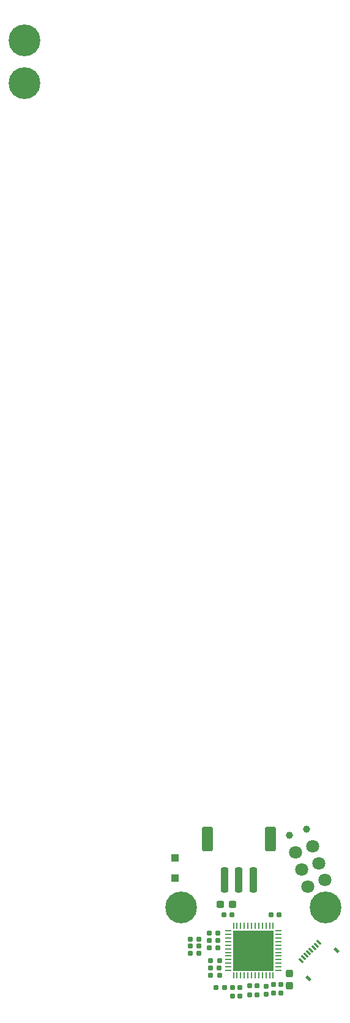
<source format=gbr>
%TF.GenerationSoftware,KiCad,Pcbnew,8.0.7-8.0.7-0~ubuntu22.04.1*%
%TF.CreationDate,2025-01-08T19:04:50+01:00*%
%TF.ProjectId,bldc_servo_mini_v1,626c6463-5f73-4657-9276-6f5f6d696e69,rev?*%
%TF.SameCoordinates,Original*%
%TF.FileFunction,Soldermask,Bot*%
%TF.FilePolarity,Negative*%
%FSLAX46Y46*%
G04 Gerber Fmt 4.6, Leading zero omitted, Abs format (unit mm)*
G04 Created by KiCad (PCBNEW 8.0.7-8.0.7-0~ubuntu22.04.1) date 2025-01-08 19:04:50*
%MOMM*%
%LPD*%
G01*
G04 APERTURE LIST*
G04 Aperture macros list*
%AMRoundRect*
0 Rectangle with rounded corners*
0 $1 Rounding radius*
0 $2 $3 $4 $5 $6 $7 $8 $9 X,Y pos of 4 corners*
0 Add a 4 corners polygon primitive as box body*
4,1,4,$2,$3,$4,$5,$6,$7,$8,$9,$2,$3,0*
0 Add four circle primitives for the rounded corners*
1,1,$1+$1,$2,$3*
1,1,$1+$1,$4,$5*
1,1,$1+$1,$6,$7*
1,1,$1+$1,$8,$9*
0 Add four rect primitives between the rounded corners*
20,1,$1+$1,$2,$3,$4,$5,0*
20,1,$1+$1,$4,$5,$6,$7,0*
20,1,$1+$1,$6,$7,$8,$9,0*
20,1,$1+$1,$8,$9,$2,$3,0*%
%AMRotRect*
0 Rectangle, with rotation*
0 The origin of the aperture is its center*
0 $1 length*
0 $2 width*
0 $3 Rotation angle, in degrees counterclockwise*
0 Add horizontal line*
21,1,$1,$2,0,0,$3*%
G04 Aperture macros list end*
%ADD10RoundRect,0.250000X-0.300000X0.300000X-0.300000X-0.300000X0.300000X-0.300000X0.300000X0.300000X0*%
%ADD11C,1.000000*%
%ADD12C,1.800000*%
%ADD13RotRect,0.400000X0.800000X225.000000*%
%ADD14RotRect,0.300000X0.800000X225.000000*%
%ADD15RoundRect,0.237500X-0.237500X0.300000X-0.237500X-0.300000X0.237500X-0.300000X0.237500X0.300000X0*%
%ADD16RoundRect,0.155000X-0.155000X0.212500X-0.155000X-0.212500X0.155000X-0.212500X0.155000X0.212500X0*%
%ADD17RoundRect,0.155000X-0.212500X-0.155000X0.212500X-0.155000X0.212500X0.155000X-0.212500X0.155000X0*%
%ADD18RoundRect,0.250001X-0.499999X-1.449999X0.499999X-1.449999X0.499999X1.449999X-0.499999X1.449999X0*%
%ADD19RoundRect,0.250000X-0.250000X-1.500000X0.250000X-1.500000X0.250000X1.500000X-0.250000X1.500000X0*%
%ADD20RoundRect,0.062500X0.062500X-0.375000X0.062500X0.375000X-0.062500X0.375000X-0.062500X-0.375000X0*%
%ADD21RoundRect,0.062500X0.375000X-0.062500X0.375000X0.062500X-0.375000X0.062500X-0.375000X-0.062500X0*%
%ADD22R,5.600000X5.600000*%
%ADD23RoundRect,0.160000X0.197500X0.160000X-0.197500X0.160000X-0.197500X-0.160000X0.197500X-0.160000X0*%
%ADD24RoundRect,0.160000X0.160000X-0.197500X0.160000X0.197500X-0.160000X0.197500X-0.160000X-0.197500X0*%
%ADD25RoundRect,0.160000X-0.160000X0.197500X-0.160000X-0.197500X0.160000X-0.197500X0.160000X0.197500X0*%
%ADD26RoundRect,0.160000X-0.197500X-0.160000X0.197500X-0.160000X0.197500X0.160000X-0.197500X0.160000X0*%
%ADD27C,2.600000*%
%ADD28C,4.400000*%
%ADD29RoundRect,0.155000X0.212500X0.155000X-0.212500X0.155000X-0.212500X-0.155000X0.212500X-0.155000X0*%
%ADD30RoundRect,0.237500X-0.300000X-0.237500X0.300000X-0.237500X0.300000X0.237500X-0.300000X0.237500X0*%
G04 APERTURE END LIST*
D10*
%TO.C,D2*%
X89200000Y-93200000D03*
X89200000Y-96000000D03*
%TD*%
D11*
%TO.C,J5*%
X104977010Y-90056586D03*
X107326242Y-89201536D03*
D12*
X105832061Y-92405817D03*
X108181292Y-91550767D03*
X106687111Y-94755049D03*
X109036343Y-93899999D03*
X107542161Y-97104281D03*
X109891393Y-96249230D03*
%TD*%
D13*
%TO.C,FPC_BOARD1*%
X111528427Y-105939340D03*
D14*
X106578680Y-107353553D03*
X106932233Y-107000000D03*
X107285786Y-106646447D03*
X107639340Y-106292893D03*
X107992893Y-105939340D03*
X108346447Y-105585786D03*
X108700000Y-105232233D03*
X109053553Y-104878680D03*
D13*
X107639340Y-109828427D03*
%TD*%
D15*
%TO.C,C1*%
X105000000Y-109137500D03*
X105000000Y-110862500D03*
%TD*%
D16*
%TO.C,C32*%
X103800000Y-110732500D03*
X103800000Y-111867500D03*
%TD*%
%TO.C,C30*%
X102800000Y-111867500D03*
X102800000Y-110732500D03*
%TD*%
D17*
%TO.C,C13*%
X102432500Y-101000000D03*
X103567500Y-101000000D03*
%TD*%
%TO.C,C3*%
X95932500Y-101000000D03*
X97067500Y-101000000D03*
%TD*%
D16*
%TO.C,C2*%
X101800000Y-110932500D03*
X101800000Y-112067500D03*
%TD*%
D18*
%TO.C,J3*%
X102350000Y-90500000D03*
X93650000Y-90500000D03*
D19*
X100000000Y-96250000D03*
X98000000Y-96250000D03*
X96000000Y-96250000D03*
%TD*%
D20*
%TO.C,U5*%
X102750000Y-109437500D03*
X102250000Y-109437500D03*
X101750000Y-109437500D03*
X101250000Y-109437500D03*
X100750000Y-109437500D03*
X100250000Y-109437500D03*
X99750000Y-109437500D03*
X99250000Y-109437500D03*
X98750000Y-109437500D03*
X98250000Y-109437500D03*
X97750000Y-109437500D03*
X97250000Y-109437500D03*
D21*
X96562500Y-108750000D03*
X96562500Y-108250000D03*
X96562500Y-107750000D03*
X96562500Y-107250000D03*
X96562500Y-106750000D03*
X96562500Y-106250000D03*
X96562500Y-105750000D03*
X96562500Y-105250000D03*
X96562500Y-104750000D03*
X96562500Y-104250000D03*
X96562500Y-103750000D03*
X96562500Y-103250000D03*
D20*
X97250000Y-102562500D03*
X97750000Y-102562500D03*
X98250000Y-102562500D03*
X98750000Y-102562500D03*
X99250000Y-102562500D03*
X99750000Y-102562500D03*
X100250000Y-102562500D03*
X100750000Y-102562500D03*
X101250000Y-102562500D03*
X101750000Y-102562500D03*
X102250000Y-102562500D03*
X102750000Y-102562500D03*
D21*
X103437500Y-103250000D03*
X103437500Y-103750000D03*
X103437500Y-104250000D03*
X103437500Y-104750000D03*
X103437500Y-105250000D03*
X103437500Y-105750000D03*
X103437500Y-106250000D03*
X103437500Y-106750000D03*
X103437500Y-107250000D03*
X103437500Y-107750000D03*
X103437500Y-108250000D03*
X103437500Y-108750000D03*
D22*
X100000000Y-106000000D03*
%TD*%
D23*
%TO.C,R27*%
X94802500Y-111100000D03*
X95997500Y-111100000D03*
%TD*%
D24*
%TO.C,R26*%
X97100000Y-111100000D03*
X97100000Y-112295000D03*
%TD*%
D25*
%TO.C,R25*%
X98100000Y-112295000D03*
X98100000Y-111100000D03*
%TD*%
D23*
%TO.C,R24*%
X91297500Y-104400000D03*
X92492500Y-104400000D03*
%TD*%
%TO.C,R23*%
X95302500Y-107400000D03*
X94107500Y-107400000D03*
%TD*%
D26*
%TO.C,R22*%
X92495000Y-105400000D03*
X91300000Y-105400000D03*
%TD*%
D23*
%TO.C,R21*%
X91297500Y-106400000D03*
X92492500Y-106400000D03*
%TD*%
D26*
%TO.C,R20*%
X94102500Y-108400000D03*
X95297500Y-108400000D03*
%TD*%
D23*
%TO.C,R19*%
X95300000Y-109400000D03*
X94105000Y-109400000D03*
%TD*%
D27*
%TO.C,H6*%
X68300000Y14100000D03*
D28*
X68300000Y14100000D03*
%TD*%
D27*
%TO.C,H5*%
X68300000Y20050000D03*
D28*
X68300000Y20050000D03*
%TD*%
D27*
%TO.C,H2*%
X90000000Y-100000000D03*
D28*
X90000000Y-100000000D03*
%TD*%
D27*
%TO.C,H1*%
X110000000Y-100000000D03*
D28*
X110000000Y-100000000D03*
%TD*%
D26*
%TO.C,FB1*%
X93870000Y-103600000D03*
X95065000Y-103600000D03*
%TD*%
D29*
%TO.C,C33*%
X95070000Y-104600000D03*
X93935000Y-104600000D03*
%TD*%
%TO.C,C5*%
X93932500Y-105600000D03*
X95067500Y-105600000D03*
%TD*%
D30*
%TO.C,C4*%
X97162500Y-99600000D03*
X95437500Y-99600000D03*
%TD*%
D25*
%TO.C,R4*%
X100500000Y-112097500D03*
X100500000Y-110902500D03*
%TD*%
D24*
%TO.C,R5*%
X99500000Y-110902500D03*
X99500000Y-112097500D03*
%TD*%
M02*

</source>
